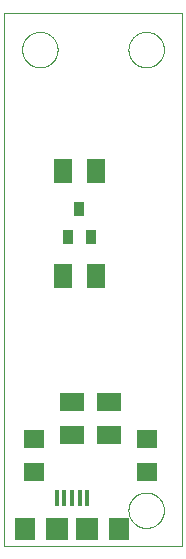
<source format=gbp>
G75*
%MOIN*%
%OFA0B0*%
%FSLAX25Y25*%
%IPPOS*%
%LPD*%
%AMOC8*
5,1,8,0,0,1.08239X$1,22.5*
%
%ADD10C,0.00000*%
%ADD11R,0.07087X0.06299*%
%ADD12R,0.01378X0.05512*%
%ADD13R,0.07087X0.07480*%
%ADD14R,0.07480X0.07480*%
%ADD15R,0.03543X0.04724*%
%ADD16R,0.06299X0.07874*%
%ADD17R,0.07874X0.06299*%
D10*
X0001800Y0010051D02*
X0001800Y0187591D01*
X0060855Y0187591D01*
X0060855Y0010051D01*
X0001800Y0010051D01*
X0043138Y0021862D02*
X0043140Y0022015D01*
X0043146Y0022169D01*
X0043156Y0022322D01*
X0043170Y0022474D01*
X0043188Y0022627D01*
X0043210Y0022778D01*
X0043235Y0022929D01*
X0043265Y0023080D01*
X0043299Y0023230D01*
X0043336Y0023378D01*
X0043377Y0023526D01*
X0043422Y0023672D01*
X0043471Y0023818D01*
X0043524Y0023962D01*
X0043580Y0024104D01*
X0043640Y0024245D01*
X0043704Y0024385D01*
X0043771Y0024523D01*
X0043842Y0024659D01*
X0043917Y0024793D01*
X0043994Y0024925D01*
X0044076Y0025055D01*
X0044160Y0025183D01*
X0044248Y0025309D01*
X0044339Y0025432D01*
X0044433Y0025553D01*
X0044531Y0025671D01*
X0044631Y0025787D01*
X0044735Y0025900D01*
X0044841Y0026011D01*
X0044950Y0026119D01*
X0045062Y0026224D01*
X0045176Y0026325D01*
X0045294Y0026424D01*
X0045413Y0026520D01*
X0045535Y0026613D01*
X0045660Y0026702D01*
X0045787Y0026789D01*
X0045916Y0026871D01*
X0046047Y0026951D01*
X0046180Y0027027D01*
X0046315Y0027100D01*
X0046452Y0027169D01*
X0046591Y0027234D01*
X0046731Y0027296D01*
X0046873Y0027354D01*
X0047016Y0027409D01*
X0047161Y0027460D01*
X0047307Y0027507D01*
X0047454Y0027550D01*
X0047602Y0027589D01*
X0047751Y0027625D01*
X0047901Y0027656D01*
X0048052Y0027684D01*
X0048203Y0027708D01*
X0048356Y0027728D01*
X0048508Y0027744D01*
X0048661Y0027756D01*
X0048814Y0027764D01*
X0048967Y0027768D01*
X0049121Y0027768D01*
X0049274Y0027764D01*
X0049427Y0027756D01*
X0049580Y0027744D01*
X0049732Y0027728D01*
X0049885Y0027708D01*
X0050036Y0027684D01*
X0050187Y0027656D01*
X0050337Y0027625D01*
X0050486Y0027589D01*
X0050634Y0027550D01*
X0050781Y0027507D01*
X0050927Y0027460D01*
X0051072Y0027409D01*
X0051215Y0027354D01*
X0051357Y0027296D01*
X0051497Y0027234D01*
X0051636Y0027169D01*
X0051773Y0027100D01*
X0051908Y0027027D01*
X0052041Y0026951D01*
X0052172Y0026871D01*
X0052301Y0026789D01*
X0052428Y0026702D01*
X0052553Y0026613D01*
X0052675Y0026520D01*
X0052794Y0026424D01*
X0052912Y0026325D01*
X0053026Y0026224D01*
X0053138Y0026119D01*
X0053247Y0026011D01*
X0053353Y0025900D01*
X0053457Y0025787D01*
X0053557Y0025671D01*
X0053655Y0025553D01*
X0053749Y0025432D01*
X0053840Y0025309D01*
X0053928Y0025183D01*
X0054012Y0025055D01*
X0054094Y0024925D01*
X0054171Y0024793D01*
X0054246Y0024659D01*
X0054317Y0024523D01*
X0054384Y0024385D01*
X0054448Y0024245D01*
X0054508Y0024104D01*
X0054564Y0023962D01*
X0054617Y0023818D01*
X0054666Y0023672D01*
X0054711Y0023526D01*
X0054752Y0023378D01*
X0054789Y0023230D01*
X0054823Y0023080D01*
X0054853Y0022929D01*
X0054878Y0022778D01*
X0054900Y0022627D01*
X0054918Y0022474D01*
X0054932Y0022322D01*
X0054942Y0022169D01*
X0054948Y0022015D01*
X0054950Y0021862D01*
X0054948Y0021709D01*
X0054942Y0021555D01*
X0054932Y0021402D01*
X0054918Y0021250D01*
X0054900Y0021097D01*
X0054878Y0020946D01*
X0054853Y0020795D01*
X0054823Y0020644D01*
X0054789Y0020494D01*
X0054752Y0020346D01*
X0054711Y0020198D01*
X0054666Y0020052D01*
X0054617Y0019906D01*
X0054564Y0019762D01*
X0054508Y0019620D01*
X0054448Y0019479D01*
X0054384Y0019339D01*
X0054317Y0019201D01*
X0054246Y0019065D01*
X0054171Y0018931D01*
X0054094Y0018799D01*
X0054012Y0018669D01*
X0053928Y0018541D01*
X0053840Y0018415D01*
X0053749Y0018292D01*
X0053655Y0018171D01*
X0053557Y0018053D01*
X0053457Y0017937D01*
X0053353Y0017824D01*
X0053247Y0017713D01*
X0053138Y0017605D01*
X0053026Y0017500D01*
X0052912Y0017399D01*
X0052794Y0017300D01*
X0052675Y0017204D01*
X0052553Y0017111D01*
X0052428Y0017022D01*
X0052301Y0016935D01*
X0052172Y0016853D01*
X0052041Y0016773D01*
X0051908Y0016697D01*
X0051773Y0016624D01*
X0051636Y0016555D01*
X0051497Y0016490D01*
X0051357Y0016428D01*
X0051215Y0016370D01*
X0051072Y0016315D01*
X0050927Y0016264D01*
X0050781Y0016217D01*
X0050634Y0016174D01*
X0050486Y0016135D01*
X0050337Y0016099D01*
X0050187Y0016068D01*
X0050036Y0016040D01*
X0049885Y0016016D01*
X0049732Y0015996D01*
X0049580Y0015980D01*
X0049427Y0015968D01*
X0049274Y0015960D01*
X0049121Y0015956D01*
X0048967Y0015956D01*
X0048814Y0015960D01*
X0048661Y0015968D01*
X0048508Y0015980D01*
X0048356Y0015996D01*
X0048203Y0016016D01*
X0048052Y0016040D01*
X0047901Y0016068D01*
X0047751Y0016099D01*
X0047602Y0016135D01*
X0047454Y0016174D01*
X0047307Y0016217D01*
X0047161Y0016264D01*
X0047016Y0016315D01*
X0046873Y0016370D01*
X0046731Y0016428D01*
X0046591Y0016490D01*
X0046452Y0016555D01*
X0046315Y0016624D01*
X0046180Y0016697D01*
X0046047Y0016773D01*
X0045916Y0016853D01*
X0045787Y0016935D01*
X0045660Y0017022D01*
X0045535Y0017111D01*
X0045413Y0017204D01*
X0045294Y0017300D01*
X0045176Y0017399D01*
X0045062Y0017500D01*
X0044950Y0017605D01*
X0044841Y0017713D01*
X0044735Y0017824D01*
X0044631Y0017937D01*
X0044531Y0018053D01*
X0044433Y0018171D01*
X0044339Y0018292D01*
X0044248Y0018415D01*
X0044160Y0018541D01*
X0044076Y0018669D01*
X0043994Y0018799D01*
X0043917Y0018931D01*
X0043842Y0019065D01*
X0043771Y0019201D01*
X0043704Y0019339D01*
X0043640Y0019479D01*
X0043580Y0019620D01*
X0043524Y0019762D01*
X0043471Y0019906D01*
X0043422Y0020052D01*
X0043377Y0020198D01*
X0043336Y0020346D01*
X0043299Y0020494D01*
X0043265Y0020644D01*
X0043235Y0020795D01*
X0043210Y0020946D01*
X0043188Y0021097D01*
X0043170Y0021250D01*
X0043156Y0021402D01*
X0043146Y0021555D01*
X0043140Y0021709D01*
X0043138Y0021862D01*
X0043138Y0175406D02*
X0043140Y0175559D01*
X0043146Y0175713D01*
X0043156Y0175866D01*
X0043170Y0176018D01*
X0043188Y0176171D01*
X0043210Y0176322D01*
X0043235Y0176473D01*
X0043265Y0176624D01*
X0043299Y0176774D01*
X0043336Y0176922D01*
X0043377Y0177070D01*
X0043422Y0177216D01*
X0043471Y0177362D01*
X0043524Y0177506D01*
X0043580Y0177648D01*
X0043640Y0177789D01*
X0043704Y0177929D01*
X0043771Y0178067D01*
X0043842Y0178203D01*
X0043917Y0178337D01*
X0043994Y0178469D01*
X0044076Y0178599D01*
X0044160Y0178727D01*
X0044248Y0178853D01*
X0044339Y0178976D01*
X0044433Y0179097D01*
X0044531Y0179215D01*
X0044631Y0179331D01*
X0044735Y0179444D01*
X0044841Y0179555D01*
X0044950Y0179663D01*
X0045062Y0179768D01*
X0045176Y0179869D01*
X0045294Y0179968D01*
X0045413Y0180064D01*
X0045535Y0180157D01*
X0045660Y0180246D01*
X0045787Y0180333D01*
X0045916Y0180415D01*
X0046047Y0180495D01*
X0046180Y0180571D01*
X0046315Y0180644D01*
X0046452Y0180713D01*
X0046591Y0180778D01*
X0046731Y0180840D01*
X0046873Y0180898D01*
X0047016Y0180953D01*
X0047161Y0181004D01*
X0047307Y0181051D01*
X0047454Y0181094D01*
X0047602Y0181133D01*
X0047751Y0181169D01*
X0047901Y0181200D01*
X0048052Y0181228D01*
X0048203Y0181252D01*
X0048356Y0181272D01*
X0048508Y0181288D01*
X0048661Y0181300D01*
X0048814Y0181308D01*
X0048967Y0181312D01*
X0049121Y0181312D01*
X0049274Y0181308D01*
X0049427Y0181300D01*
X0049580Y0181288D01*
X0049732Y0181272D01*
X0049885Y0181252D01*
X0050036Y0181228D01*
X0050187Y0181200D01*
X0050337Y0181169D01*
X0050486Y0181133D01*
X0050634Y0181094D01*
X0050781Y0181051D01*
X0050927Y0181004D01*
X0051072Y0180953D01*
X0051215Y0180898D01*
X0051357Y0180840D01*
X0051497Y0180778D01*
X0051636Y0180713D01*
X0051773Y0180644D01*
X0051908Y0180571D01*
X0052041Y0180495D01*
X0052172Y0180415D01*
X0052301Y0180333D01*
X0052428Y0180246D01*
X0052553Y0180157D01*
X0052675Y0180064D01*
X0052794Y0179968D01*
X0052912Y0179869D01*
X0053026Y0179768D01*
X0053138Y0179663D01*
X0053247Y0179555D01*
X0053353Y0179444D01*
X0053457Y0179331D01*
X0053557Y0179215D01*
X0053655Y0179097D01*
X0053749Y0178976D01*
X0053840Y0178853D01*
X0053928Y0178727D01*
X0054012Y0178599D01*
X0054094Y0178469D01*
X0054171Y0178337D01*
X0054246Y0178203D01*
X0054317Y0178067D01*
X0054384Y0177929D01*
X0054448Y0177789D01*
X0054508Y0177648D01*
X0054564Y0177506D01*
X0054617Y0177362D01*
X0054666Y0177216D01*
X0054711Y0177070D01*
X0054752Y0176922D01*
X0054789Y0176774D01*
X0054823Y0176624D01*
X0054853Y0176473D01*
X0054878Y0176322D01*
X0054900Y0176171D01*
X0054918Y0176018D01*
X0054932Y0175866D01*
X0054942Y0175713D01*
X0054948Y0175559D01*
X0054950Y0175406D01*
X0054948Y0175253D01*
X0054942Y0175099D01*
X0054932Y0174946D01*
X0054918Y0174794D01*
X0054900Y0174641D01*
X0054878Y0174490D01*
X0054853Y0174339D01*
X0054823Y0174188D01*
X0054789Y0174038D01*
X0054752Y0173890D01*
X0054711Y0173742D01*
X0054666Y0173596D01*
X0054617Y0173450D01*
X0054564Y0173306D01*
X0054508Y0173164D01*
X0054448Y0173023D01*
X0054384Y0172883D01*
X0054317Y0172745D01*
X0054246Y0172609D01*
X0054171Y0172475D01*
X0054094Y0172343D01*
X0054012Y0172213D01*
X0053928Y0172085D01*
X0053840Y0171959D01*
X0053749Y0171836D01*
X0053655Y0171715D01*
X0053557Y0171597D01*
X0053457Y0171481D01*
X0053353Y0171368D01*
X0053247Y0171257D01*
X0053138Y0171149D01*
X0053026Y0171044D01*
X0052912Y0170943D01*
X0052794Y0170844D01*
X0052675Y0170748D01*
X0052553Y0170655D01*
X0052428Y0170566D01*
X0052301Y0170479D01*
X0052172Y0170397D01*
X0052041Y0170317D01*
X0051908Y0170241D01*
X0051773Y0170168D01*
X0051636Y0170099D01*
X0051497Y0170034D01*
X0051357Y0169972D01*
X0051215Y0169914D01*
X0051072Y0169859D01*
X0050927Y0169808D01*
X0050781Y0169761D01*
X0050634Y0169718D01*
X0050486Y0169679D01*
X0050337Y0169643D01*
X0050187Y0169612D01*
X0050036Y0169584D01*
X0049885Y0169560D01*
X0049732Y0169540D01*
X0049580Y0169524D01*
X0049427Y0169512D01*
X0049274Y0169504D01*
X0049121Y0169500D01*
X0048967Y0169500D01*
X0048814Y0169504D01*
X0048661Y0169512D01*
X0048508Y0169524D01*
X0048356Y0169540D01*
X0048203Y0169560D01*
X0048052Y0169584D01*
X0047901Y0169612D01*
X0047751Y0169643D01*
X0047602Y0169679D01*
X0047454Y0169718D01*
X0047307Y0169761D01*
X0047161Y0169808D01*
X0047016Y0169859D01*
X0046873Y0169914D01*
X0046731Y0169972D01*
X0046591Y0170034D01*
X0046452Y0170099D01*
X0046315Y0170168D01*
X0046180Y0170241D01*
X0046047Y0170317D01*
X0045916Y0170397D01*
X0045787Y0170479D01*
X0045660Y0170566D01*
X0045535Y0170655D01*
X0045413Y0170748D01*
X0045294Y0170844D01*
X0045176Y0170943D01*
X0045062Y0171044D01*
X0044950Y0171149D01*
X0044841Y0171257D01*
X0044735Y0171368D01*
X0044631Y0171481D01*
X0044531Y0171597D01*
X0044433Y0171715D01*
X0044339Y0171836D01*
X0044248Y0171959D01*
X0044160Y0172085D01*
X0044076Y0172213D01*
X0043994Y0172343D01*
X0043917Y0172475D01*
X0043842Y0172609D01*
X0043771Y0172745D01*
X0043704Y0172883D01*
X0043640Y0173023D01*
X0043580Y0173164D01*
X0043524Y0173306D01*
X0043471Y0173450D01*
X0043422Y0173596D01*
X0043377Y0173742D01*
X0043336Y0173890D01*
X0043299Y0174038D01*
X0043265Y0174188D01*
X0043235Y0174339D01*
X0043210Y0174490D01*
X0043188Y0174641D01*
X0043170Y0174794D01*
X0043156Y0174946D01*
X0043146Y0175099D01*
X0043140Y0175253D01*
X0043138Y0175406D01*
X0007705Y0175406D02*
X0007707Y0175559D01*
X0007713Y0175713D01*
X0007723Y0175866D01*
X0007737Y0176018D01*
X0007755Y0176171D01*
X0007777Y0176322D01*
X0007802Y0176473D01*
X0007832Y0176624D01*
X0007866Y0176774D01*
X0007903Y0176922D01*
X0007944Y0177070D01*
X0007989Y0177216D01*
X0008038Y0177362D01*
X0008091Y0177506D01*
X0008147Y0177648D01*
X0008207Y0177789D01*
X0008271Y0177929D01*
X0008338Y0178067D01*
X0008409Y0178203D01*
X0008484Y0178337D01*
X0008561Y0178469D01*
X0008643Y0178599D01*
X0008727Y0178727D01*
X0008815Y0178853D01*
X0008906Y0178976D01*
X0009000Y0179097D01*
X0009098Y0179215D01*
X0009198Y0179331D01*
X0009302Y0179444D01*
X0009408Y0179555D01*
X0009517Y0179663D01*
X0009629Y0179768D01*
X0009743Y0179869D01*
X0009861Y0179968D01*
X0009980Y0180064D01*
X0010102Y0180157D01*
X0010227Y0180246D01*
X0010354Y0180333D01*
X0010483Y0180415D01*
X0010614Y0180495D01*
X0010747Y0180571D01*
X0010882Y0180644D01*
X0011019Y0180713D01*
X0011158Y0180778D01*
X0011298Y0180840D01*
X0011440Y0180898D01*
X0011583Y0180953D01*
X0011728Y0181004D01*
X0011874Y0181051D01*
X0012021Y0181094D01*
X0012169Y0181133D01*
X0012318Y0181169D01*
X0012468Y0181200D01*
X0012619Y0181228D01*
X0012770Y0181252D01*
X0012923Y0181272D01*
X0013075Y0181288D01*
X0013228Y0181300D01*
X0013381Y0181308D01*
X0013534Y0181312D01*
X0013688Y0181312D01*
X0013841Y0181308D01*
X0013994Y0181300D01*
X0014147Y0181288D01*
X0014299Y0181272D01*
X0014452Y0181252D01*
X0014603Y0181228D01*
X0014754Y0181200D01*
X0014904Y0181169D01*
X0015053Y0181133D01*
X0015201Y0181094D01*
X0015348Y0181051D01*
X0015494Y0181004D01*
X0015639Y0180953D01*
X0015782Y0180898D01*
X0015924Y0180840D01*
X0016064Y0180778D01*
X0016203Y0180713D01*
X0016340Y0180644D01*
X0016475Y0180571D01*
X0016608Y0180495D01*
X0016739Y0180415D01*
X0016868Y0180333D01*
X0016995Y0180246D01*
X0017120Y0180157D01*
X0017242Y0180064D01*
X0017361Y0179968D01*
X0017479Y0179869D01*
X0017593Y0179768D01*
X0017705Y0179663D01*
X0017814Y0179555D01*
X0017920Y0179444D01*
X0018024Y0179331D01*
X0018124Y0179215D01*
X0018222Y0179097D01*
X0018316Y0178976D01*
X0018407Y0178853D01*
X0018495Y0178727D01*
X0018579Y0178599D01*
X0018661Y0178469D01*
X0018738Y0178337D01*
X0018813Y0178203D01*
X0018884Y0178067D01*
X0018951Y0177929D01*
X0019015Y0177789D01*
X0019075Y0177648D01*
X0019131Y0177506D01*
X0019184Y0177362D01*
X0019233Y0177216D01*
X0019278Y0177070D01*
X0019319Y0176922D01*
X0019356Y0176774D01*
X0019390Y0176624D01*
X0019420Y0176473D01*
X0019445Y0176322D01*
X0019467Y0176171D01*
X0019485Y0176018D01*
X0019499Y0175866D01*
X0019509Y0175713D01*
X0019515Y0175559D01*
X0019517Y0175406D01*
X0019515Y0175253D01*
X0019509Y0175099D01*
X0019499Y0174946D01*
X0019485Y0174794D01*
X0019467Y0174641D01*
X0019445Y0174490D01*
X0019420Y0174339D01*
X0019390Y0174188D01*
X0019356Y0174038D01*
X0019319Y0173890D01*
X0019278Y0173742D01*
X0019233Y0173596D01*
X0019184Y0173450D01*
X0019131Y0173306D01*
X0019075Y0173164D01*
X0019015Y0173023D01*
X0018951Y0172883D01*
X0018884Y0172745D01*
X0018813Y0172609D01*
X0018738Y0172475D01*
X0018661Y0172343D01*
X0018579Y0172213D01*
X0018495Y0172085D01*
X0018407Y0171959D01*
X0018316Y0171836D01*
X0018222Y0171715D01*
X0018124Y0171597D01*
X0018024Y0171481D01*
X0017920Y0171368D01*
X0017814Y0171257D01*
X0017705Y0171149D01*
X0017593Y0171044D01*
X0017479Y0170943D01*
X0017361Y0170844D01*
X0017242Y0170748D01*
X0017120Y0170655D01*
X0016995Y0170566D01*
X0016868Y0170479D01*
X0016739Y0170397D01*
X0016608Y0170317D01*
X0016475Y0170241D01*
X0016340Y0170168D01*
X0016203Y0170099D01*
X0016064Y0170034D01*
X0015924Y0169972D01*
X0015782Y0169914D01*
X0015639Y0169859D01*
X0015494Y0169808D01*
X0015348Y0169761D01*
X0015201Y0169718D01*
X0015053Y0169679D01*
X0014904Y0169643D01*
X0014754Y0169612D01*
X0014603Y0169584D01*
X0014452Y0169560D01*
X0014299Y0169540D01*
X0014147Y0169524D01*
X0013994Y0169512D01*
X0013841Y0169504D01*
X0013688Y0169500D01*
X0013534Y0169500D01*
X0013381Y0169504D01*
X0013228Y0169512D01*
X0013075Y0169524D01*
X0012923Y0169540D01*
X0012770Y0169560D01*
X0012619Y0169584D01*
X0012468Y0169612D01*
X0012318Y0169643D01*
X0012169Y0169679D01*
X0012021Y0169718D01*
X0011874Y0169761D01*
X0011728Y0169808D01*
X0011583Y0169859D01*
X0011440Y0169914D01*
X0011298Y0169972D01*
X0011158Y0170034D01*
X0011019Y0170099D01*
X0010882Y0170168D01*
X0010747Y0170241D01*
X0010614Y0170317D01*
X0010483Y0170397D01*
X0010354Y0170479D01*
X0010227Y0170566D01*
X0010102Y0170655D01*
X0009980Y0170748D01*
X0009861Y0170844D01*
X0009743Y0170943D01*
X0009629Y0171044D01*
X0009517Y0171149D01*
X0009408Y0171257D01*
X0009302Y0171368D01*
X0009198Y0171481D01*
X0009098Y0171597D01*
X0009000Y0171715D01*
X0008906Y0171836D01*
X0008815Y0171959D01*
X0008727Y0172085D01*
X0008643Y0172213D01*
X0008561Y0172343D01*
X0008484Y0172475D01*
X0008409Y0172609D01*
X0008338Y0172745D01*
X0008271Y0172883D01*
X0008207Y0173023D01*
X0008147Y0173164D01*
X0008091Y0173306D01*
X0008038Y0173450D01*
X0007989Y0173596D01*
X0007944Y0173742D01*
X0007903Y0173890D01*
X0007866Y0174038D01*
X0007832Y0174188D01*
X0007802Y0174339D01*
X0007777Y0174490D01*
X0007755Y0174641D01*
X0007737Y0174794D01*
X0007723Y0174946D01*
X0007713Y0175099D01*
X0007707Y0175253D01*
X0007705Y0175406D01*
D11*
X0011800Y0045563D03*
X0011800Y0034539D03*
X0049300Y0034539D03*
X0049300Y0045563D03*
D12*
X0029418Y0025933D03*
X0026859Y0025933D03*
X0024300Y0025933D03*
X0021741Y0025933D03*
X0019182Y0025933D03*
D13*
X0008552Y0015500D03*
X0040048Y0015500D03*
D14*
X0029300Y0015500D03*
X0019300Y0015500D03*
D15*
X0023060Y0112827D03*
X0026800Y0122276D03*
X0030540Y0112827D03*
D16*
X0032312Y0100051D03*
X0021288Y0100051D03*
X0021288Y0135051D03*
X0032312Y0135051D03*
D17*
X0036800Y0058063D03*
X0036800Y0047039D03*
X0024300Y0047039D03*
X0024300Y0058063D03*
M02*

</source>
